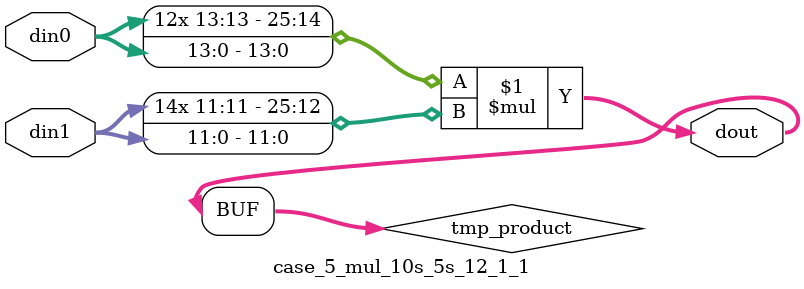
<source format=v>

`timescale 1 ns / 1 ps

 module case_5_mul_10s_5s_12_1_1(din0, din1, dout);
parameter ID = 1;
parameter NUM_STAGE = 0;
parameter din0_WIDTH = 14;
parameter din1_WIDTH = 12;
parameter dout_WIDTH = 26;

input [din0_WIDTH - 1 : 0] din0; 
input [din1_WIDTH - 1 : 0] din1; 
output [dout_WIDTH - 1 : 0] dout;

wire signed [dout_WIDTH - 1 : 0] tmp_product;



























assign tmp_product = $signed(din0) * $signed(din1);








assign dout = tmp_product;





















endmodule

</source>
